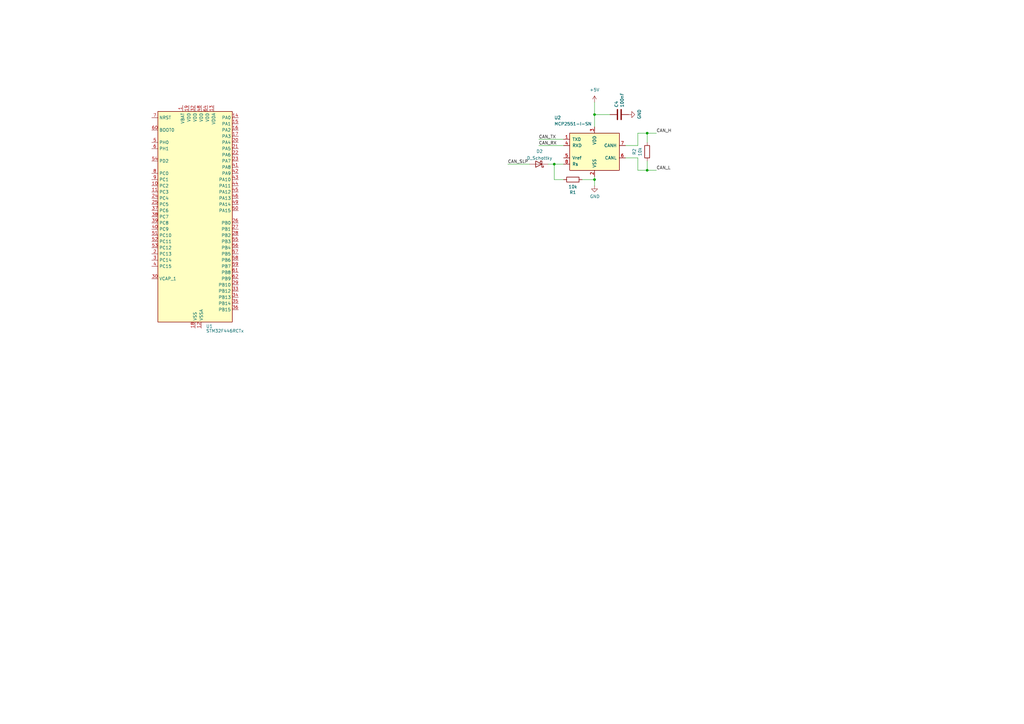
<source format=kicad_sch>
(kicad_sch (version 20230121) (generator eeschema)
  (paper "A3")
  (lib_symbols
    (symbol "Device:C" (pin_numbers hide) (pin_names (offset 0.254))
      (property "Reference" "C" (at 0.635 2.54 0))
      (property "Value" "C" (at 0.635 -2.54 0))
      (symbol "C_0_1"
        (polyline (pts (xy -2.032 -0.762) (xy 2.032 -0.762)) (stroke (width 0.508)))
        (polyline (pts (xy -2.032 0.762) (xy 2.032 0.762)) (stroke (width 0.508)))
      )
      (symbol "C_1_1"
        (pin passive line (at 0 3.81 270) (length 2.794) (name "~") (number "1"))
        (pin passive line (at 0 -3.81 90) (length 2.794) (name "~") (number "2"))
      )
    )
    (symbol "Device:D_Schottky" (pin_numbers hide) (pin_names (offset 1.016) hide)
      (property "Reference" "D" (at 0 2.54 0))
      (property "Value" "D_Schottky" (at 0 -2.54 0))
      (symbol "D_Schottky_0_1"
        (polyline (pts (xy 1.27 0) (xy -1.27 0)))
        (polyline (pts (xy 1.27 1.27) (xy 1.27 -1.27) (xy -1.27 0) (xy 1.27 1.27)) (stroke (width 0.254)))
        (polyline (pts (xy -1.905 0.635) (xy -1.905 1.27) (xy -1.27 1.27) (xy -1.27 -1.27) (xy -0.635 -1.27) (xy -0.635 -0.635)) (stroke (width 0.254)))
      )
      (symbol "D_Schottky_1_1"
        (pin passive line (at -3.81 0 0) (length 2.54) (name "K") (number "1"))
        (pin passive line (at 3.81 0 180) (length 2.54) (name "A") (number "2"))
      )
    )
    (symbol "Device:R" (pin_numbers hide) (pin_names (offset 0))
      (property "Reference" "R" (at 2.032 0 90))
      (property "Value" "R" (at 0 0 90))
      (symbol "R_0_1"
        (rectangle (start -1.016 -2.54) (end 1.016 2.54) (stroke (width 0.254)))
      )
      (symbol "R_1_1"
        (pin passive line (at 0 3.81 270) (length 1.27) (name "~") (number "1"))
        (pin passive line (at 0 -3.81 90) (length 1.27) (name "~") (number "2"))
      )
    )
    (symbol "Interface_CAN_LIN:MCP2551-I-SN" (pin_names (offset 1.016))
      (property "Reference" "U" (at -10.16 8.89 0))
      (property "Value" "MCP2551-I-SN" (at 2.54 8.89 0))
      (symbol "MCP2551-I-SN_0_1"
        (rectangle (start -10.16 7.62) (end 10.16 -7.62) (stroke (width 0.254)) (fill (type background)))
      )
      (symbol "MCP2551-I-SN_1_1"
        (pin input line (at -12.7 5.08 0) (length 2.54) (name "TXD") (number "1"))
        (pin power_in line (at 0 -10.16 90) (length 2.54) (name "VSS") (number "2"))
        (pin power_in line (at 0 10.16 270) (length 2.54) (name "VDD") (number "3"))
        (pin output line (at -12.7 2.54 0) (length 2.54) (name "RXD") (number "4"))
        (pin power_out line (at -12.7 -2.54 0) (length 2.54) (name "Vref") (number "5"))
        (pin bidirectional line (at 12.7 -2.54 180) (length 2.54) (name "CANL") (number "6"))
        (pin bidirectional line (at 12.7 2.54 180) (length 2.54) (name "CANH") (number "7"))
        (pin input line (at -12.7 -5.08 0) (length 2.54) (name "Rs") (number "8"))
      )
    )
    (symbol "MCU_ST_STM32F4:STM32F446RCTx"
      (property "Reference" "U" (at -15.24 44.45 0))
      (property "Value" "STM32F446RCTx" (at 10.16 44.45 0))
      (symbol "STM32F446RCTx_0_1"
        (rectangle (start -15.24 -43.18) (end 15.24 43.18) (stroke (width 0.254)) (fill (type background)))
      )
      (symbol "STM32F446RCTx_1_1"
        (pin power_in line (at -5.08 45.72 270) (length 2.54) (name "VBAT") (number "1"))
        (pin bidirectional line (at -17.78 12.7 0) (length 2.54) (name "PC2") (number "10"))
        (pin bidirectional line (at -17.78 10.16 0) (length 2.54) (name "PC3") (number "11"))
        (pin power_in line (at 2.54 -45.72 90) (length 2.54) (name "VSSA") (number "12"))
        (pin power_in line (at 7.62 45.72 270) (length 2.54) (name "VDDA") (number "13"))
        (pin bidirectional line (at 17.78 40.64 180) (length 2.54) (name "PA0") (number "14"))
        (pin bidirectional line (at 17.78 38.1 180) (length 2.54) (name "PA1") (number "15"))
        (pin bidirectional line (at 17.78 35.56 180) (length 2.54) (name "PA2") (number "16"))
        (pin bidirectional line (at 17.78 33.02 180) (length 2.54) (name "PA3") (number "17"))
        (pin power_in line (at 0 -45.72 90) (length 2.54) (name "VSS") (number "18"))
        (pin power_in line (at -2.54 45.72 270) (length 2.54) (name "VDD") (number "19"))
        (pin bidirectional line (at -17.78 -15.24 0) (length 2.54) (name "PC13") (number "2"))
        (pin bidirectional line (at 17.78 30.48 180) (length 2.54) (name "PA4") (number "20"))
        (pin bidirectional line (at 17.78 27.94 180) (length 2.54) (name "PA5") (number "21"))
        (pin bidirectional line (at 17.78 25.4 180) (length 2.54) (name "PA6") (number "22"))
        (pin bidirectional line (at 17.78 22.86 180) (length 2.54) (name "PA7") (number "23"))
        (pin bidirectional line (at -17.78 7.62 0) (length 2.54) (name "PC4") (number "24"))
        (pin bidirectional line (at -17.78 5.08 0) (length 2.54) (name "PC5") (number "25"))
        (pin bidirectional line (at 17.78 -2.54 180) (length 2.54) (name "PB0") (number "26"))
        (pin bidirectional line (at 17.78 -5.08 180) (length 2.54) (name "PB1") (number "27"))
        (pin bidirectional line (at 17.78 -7.62 180) (length 2.54) (name "PB2") (number "28"))
        (pin bidirectional line (at 17.78 -27.94 180) (length 2.54) (name "PB10") (number "29"))
        (pin bidirectional line (at -17.78 -17.78 0) (length 2.54) (name "PC14") (number "3"))
        (pin power_out line (at -17.78 -25.4 0) (length 2.54) (name "VCAP_1") (number "30"))
        (pin passive line (at 0 -45.72 90) (length 2.54) hide (name "VSS") (number "31"))
        (pin power_in line (at 0 45.72 270) (length 2.54) (name "VDD") (number "32"))
        (pin bidirectional line (at 17.78 -30.48 180) (length 2.54) (name "PB12") (number "33"))
        (pin bidirectional line (at 17.78 -33.02 180) (length 2.54) (name "PB13") (number "34"))
        (pin bidirectional line (at 17.78 -35.56 180) (length 2.54) (name "PB14") (number "35"))
        (pin bidirectional line (at 17.78 -38.1 180) (length 2.54) (name "PB15") (number "36"))
        (pin bidirectional line (at -17.78 2.54 0) (length 2.54) (name "PC6") (number "37"))
        (pin bidirectional line (at -17.78 0 0) (length 2.54) (name "PC7") (number "38"))
        (pin bidirectional line (at -17.78 -2.54 0) (length 2.54) (name "PC8") (number "39"))
        (pin bidirectional line (at -17.78 -20.32 0) (length 2.54) (name "PC15") (number "4"))
        (pin bidirectional line (at -17.78 -5.08 0) (length 2.54) (name "PC9") (number "40"))
        (pin bidirectional line (at 17.78 20.32 180) (length 2.54) (name "PA8") (number "41"))
        (pin bidirectional line (at 17.78 17.78 180) (length 2.54) (name "PA9") (number "42"))
        (pin bidirectional line (at 17.78 15.24 180) (length 2.54) (name "PA10") (number "43"))
        (pin bidirectional line (at 17.78 12.7 180) (length 2.54) (name "PA11") (number "44"))
        (pin bidirectional line (at 17.78 10.16 180) (length 2.54) (name "PA12") (number "45"))
        (pin bidirectional line (at 17.78 7.62 180) (length 2.54) (name "PA13") (number "46"))
        (pin passive line (at 0 -45.72 90) (length 2.54) hide (name "VSS") (number "47"))
        (pin power_in line (at 2.54 45.72 270) (length 2.54) (name "VDD") (number "48"))
        (pin bidirectional line (at 17.78 5.08 180) (length 2.54) (name "PA14") (number "49"))
        (pin bidirectional line (at -17.78 30.48 0) (length 2.54) (name "PH0") (number "5"))
        (pin bidirectional line (at 17.78 2.54 180) (length 2.54) (name "PA15") (number "50"))
        (pin bidirectional line (at -17.78 -7.62 0) (length 2.54) (name "PC10") (number "51"))
        (pin bidirectional line (at -17.78 -10.16 0) (length 2.54) (name "PC11") (number "52"))
        (pin bidirectional line (at -17.78 -12.7 0) (length 2.54) (name "PC12") (number "53"))
        (pin bidirectional line (at -17.78 22.86 0) (length 2.54) (name "PD2") (number "54"))
        (pin bidirectional line (at 17.78 -10.16 180) (length 2.54) (name "PB3") (number "55"))
        (pin bidirectional line (at 17.78 -12.7 180) (length 2.54) (name "PB4") (number "56"))
        (pin bidirectional line (at 17.78 -15.24 180) (length 2.54) (name "PB5") (number "57"))
        (pin bidirectional line (at 17.78 -17.78 180) (length 2.54) (name "PB6") (number "58"))
        (pin bidirectional line (at 17.78 -20.32 180) (length 2.54) (name "PB7") (number "59"))
        (pin bidirectional line (at -17.78 27.94 0) (length 2.54) (name "PH1") (number "6"))
        (pin input line (at -17.78 35.56 0) (length 2.54) (name "BOOT0") (number "60"))
        (pin bidirectional line (at 17.78 -22.86 180) (length 2.54) (name "PB8") (number "61"))
        (pin bidirectional line (at 17.78 -25.4 180) (length 2.54) (name "PB9") (number "62"))
        (pin passive line (at 0 -45.72 90) (length 2.54) hide (name "VSS") (number "63"))
        (pin power_in line (at 5.08 45.72 270) (length 2.54) (name "VDD") (number "64"))
        (pin input line (at -17.78 40.64 0) (length 2.54) (name "NRST") (number "7"))
        (pin bidirectional line (at -17.78 17.78 0) (length 2.54) (name "PC0") (number "8"))
        (pin bidirectional line (at -17.78 15.24 0) (length 2.54) (name "PC1") (number "9"))
      )
    )
    (symbol "power:+5V" (power) (pin_names (offset 0))
      (property "Value" "+5V" (at 0 3.556 0))
      (symbol "+5V_0_1"
        (polyline (pts (xy -0.762 1.27) (xy 0 2.54)))
        (polyline (pts (xy 0 0) (xy 0 2.54)))
        (polyline (pts (xy 0 2.54) (xy 0.762 1.27)))
      )
      (symbol "+5V_1_1"
        (pin power_in line (at 0 0 90) (length 0) hide (name "+5V") (number "1"))
      )
    )
    (symbol "power:GND" (power) (pin_names (offset 0))
      (property "Value" "GND" (at 0 -3.81 0))
      (symbol "GND_0_1"
        (polyline (pts (xy 0 0) (xy 0 -1.27) (xy 1.27 -1.27) (xy 0 -2.54) (xy -1.27 -1.27) (xy 0 -1.27)))
      )
      (symbol "GND_1_1"
        (pin power_in line (at 0 0 270) (length 0) hide (name "GND") (number "1"))
      )
    )
  )
  (junction (at 243.84 46.99))
  (junction (at 243.84 73.66))
  (junction (at 265.43 54.61))
  (junction (at 265.43 69.85))
  (junction (at 227.33 67.31))
  (wire (pts (xy 227.33 73.66) (xy 231.14 73.66)))
  (wire (pts (xy 243.84 73.66) (xy 243.84 76.2)))
  (wire (pts (xy 256.54 64.77) (xy 261.62 64.77)))
  (wire (pts (xy 243.84 46.99) (xy 243.84 52.07)))
  (wire (pts (xy 261.62 54.61) (xy 261.62 59.69)))
  (wire (pts (xy 243.84 41.91) (xy 243.84 46.99)))
  (wire (pts (xy 231.14 67.31) (xy 227.33 67.31)))
  (wire (pts (xy 265.43 69.85) (xy 269.24 69.85)))
  (wire (pts (xy 224.79 67.31) (xy 227.33 67.31)))
  (wire (pts (xy 227.33 67.31) (xy 227.33 73.66)))
  (wire (pts (xy 208.28 67.31) (xy 217.17 67.31)))
  (wire (pts (xy 269.24 54.61) (xy 265.43 54.61)))
  (wire (pts (xy 243.84 46.99) (xy 250.19 46.99)))
  (wire (pts (xy 265.43 54.61) (xy 265.43 58.42)))
  (wire (pts (xy 261.62 64.77) (xy 261.62 69.85)))
  (wire (pts (xy 256.54 59.69) (xy 261.62 59.69)))
  (wire (pts (xy 243.84 72.39) (xy 243.84 73.66)))
  (wire (pts (xy 265.43 66.04) (xy 265.43 69.85)))
  (wire (pts (xy 220.98 59.69) (xy 231.14 59.69)))
  (wire (pts (xy 265.43 54.61) (xy 261.62 54.61)))
  (wire (pts (xy 220.98 57.15) (xy 231.14 57.15)))
  (wire (pts (xy 261.62 69.85) (xy 265.43 69.85)))
  (wire (pts (xy 238.76 73.66) (xy 243.84 73.66)))
  (label "CAN_H" (at 269.24 54.61 0))
  (label "CAN_L" (at 269.24 69.85 0))
  (label "CAN_RX" (at 220.98 59.69 0))
  (label "CAN_TX" (at 220.98 57.15 0))
  (label "CAN_SLP" (at 208.28 67.31 0))
  (symbol (lib_id "Device:R") (at 265.43 62.23 0) (unit 1)
    (property "Reference" "R2" (at 260.1722 62.23 90))
    (property "Value" "10k" (at 262.4836 62.23 90))
    (property "Footprint" "Resistor_SMD:R_0402_1005Metric" (effects hide))
  )
  (symbol (lib_id "Device:D_Schottky") (at 220.98 67.31 180) (unit 1)
    (property "Reference" "D2" (at 221.2975 62.0735 0))
    (property "Value" "D_Schottky" (at 221.2975 64.8486 0))
    (property "Footprint" "Diode_SMD:D_SOD-323" (effects hide))
    (instances (project "PAC5527Driver" (path "" (reference "D2") (unit 1))) (project "BasePlate" (path "" (reference "D1") (unit 1)) (path "" (reference "D1") (unit 1))))
  )
  (symbol (lib_id "power:GND") (at 243.84 76.2 0) (unit 1)
    (property "Reference" "#PWR016" (effects hide))
    (property "Value" "GND" (at 243.967 80.5942 0))
    (instances (project "PAC5527Driver" (path "" (reference "#PWR016") (unit 1))) (project "BasePlate" (path "" (reference "#PWR02") (unit 1)) (path "" (reference "#PWR02") (unit 1))))
  )
  (symbol (lib_id "power:GND") (at 257.81 46.99 90) (unit 1)
    (property "Reference" "#PWR020" (effects hide))
    (property "Value" "GND" (at 262.2042 46.863 0))
    (instances (project "PAC5527Driver" (path "" (reference "#PWR020") (unit 1))) (project "BasePlate" (path "" (reference "#PWR03") (unit 1)) (path "" (reference "#PWR03") (unit 1))))
  )
  (symbol (lib_id "Device:C") (at 254 46.99 90) (unit 1)
    (property "Reference" "C4" (at 252.8316 44.069 0) (effects (justify left)))
    (property "Value" "100nF" (at 255.143 44.069 0) (effects (justify left)))
    (property "Footprint" "Capacitor_SMD:C_0603_1608Metric" (effects hide))
    (instances (project "PAC5527Driver" (path "" (reference "C4") (unit 1))) (project "BasePlate" (path "" (reference "C1") (unit 1)) (path "" (reference "C1") (unit 1))))
  )
  (symbol (lib_id "Interface_CAN_LIN:MCP2551-I-SN") (at 243.84 62.23 0) (unit 1)
    (property "Reference" "U2" (at 227.33 48.26 0) (effects (justify left)))
    (property "Value" "MCP2551-I-SN" (at 227.33 50.8 0) (effects (justify left)))
    (property "Footprint" "Package_SO:SOIC-8_3.9x4.9mm_P1.27mm" (effects hide))
    (property "Datasheet" "http://ww1.microchip.com/downloads/en/devicedoc/21667d.pdf" (effects hide))
  )
  (symbol (lib_id "power:+5V") (at 243.84 41.91 0) (unit 1)
    (property "Reference" "#PWR015" (effects hide))
    (property "Value" "+5V" (at 243.84 36.83 0))
    (instances (project "PAC5527Driver" (path "" (reference "#PWR015") (unit 1))) (project "BasePlate" (path "" (reference "#PWR01") (unit 1)) (path "" (reference "#PWR01") (unit 1))))
  )
  (symbol (lib_id "Device:R") (at 234.95 73.66 90) (unit 1)
    (property "Reference" "R1" (at 234.95 78.9178 90))
    (property "Value" "10k" (at 234.95 76.6064 90))
    (property "Footprint" "Resistor_SMD:R_0402_1005Metric" (effects hide))
  )
  (symbol (lib_id "MCU_ST_STM32F4:STM32F446RCTx") (at 80.01 88.9 0) (unit 1)
    (property "Reference" "U1" (at 84.5059 133.8025 0) (effects (justify left)))
    (property "Value" "STM32F446RCTx" (at 84.5059 135.7235 0) (effects (justify left)))
    (property "Footprint" "Package_QFP:LQFP-64_10x10mm_P0.5mm" (effects hide))
    (property "Datasheet" "https://www.st.com/resource/en/datasheet/stm32f446rc.pdf" (effects hide))
  )
)
</source>
